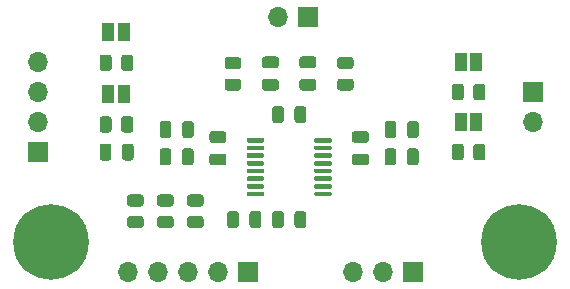
<source format=gbr>
%TF.GenerationSoftware,KiCad,Pcbnew,(5.1.9)-1*%
%TF.CreationDate,2021-03-27T14:28:14-04:00*%
%TF.ProjectId,DS2_Addon,4453325f-4164-4646-9f6e-2e6b69636164,rev?*%
%TF.SameCoordinates,Original*%
%TF.FileFunction,Soldermask,Top*%
%TF.FilePolarity,Negative*%
%FSLAX46Y46*%
G04 Gerber Fmt 4.6, Leading zero omitted, Abs format (unit mm)*
G04 Created by KiCad (PCBNEW (5.1.9)-1) date 2021-03-27 14:28:14*
%MOMM*%
%LPD*%
G01*
G04 APERTURE LIST*
%ADD10C,6.400000*%
%ADD11R,1.700000X1.700000*%
%ADD12O,1.700000X1.700000*%
%ADD13R,1.000000X1.500000*%
G04 APERTURE END LIST*
D10*
%TO.C,REF\u002A\u002A*%
X156313000Y-91440000D03*
%TD*%
%TO.C,REF\u002A\u002A*%
X116713000Y-91440000D03*
%TD*%
%TO.C,C1*%
G36*
G01*
X138905000Y-76722500D02*
X137955000Y-76722500D01*
G75*
G02*
X137705000Y-76472500I0J250000D01*
G01*
X137705000Y-75972500D01*
G75*
G02*
X137955000Y-75722500I250000J0D01*
G01*
X138905000Y-75722500D01*
G75*
G02*
X139155000Y-75972500I0J-250000D01*
G01*
X139155000Y-76472500D01*
G75*
G02*
X138905000Y-76722500I-250000J0D01*
G01*
G37*
G36*
G01*
X138905000Y-78622500D02*
X137955000Y-78622500D01*
G75*
G02*
X137705000Y-78372500I0J250000D01*
G01*
X137705000Y-77872500D01*
G75*
G02*
X137955000Y-77622500I250000J0D01*
G01*
X138905000Y-77622500D01*
G75*
G02*
X139155000Y-77872500I0J-250000D01*
G01*
X139155000Y-78372500D01*
G75*
G02*
X138905000Y-78622500I-250000J0D01*
G01*
G37*
%TD*%
%TO.C,C2*%
G36*
G01*
X138290000Y-80170000D02*
X138290000Y-81120000D01*
G75*
G02*
X138040000Y-81370000I-250000J0D01*
G01*
X137540000Y-81370000D01*
G75*
G02*
X137290000Y-81120000I0J250000D01*
G01*
X137290000Y-80170000D01*
G75*
G02*
X137540000Y-79920000I250000J0D01*
G01*
X138040000Y-79920000D01*
G75*
G02*
X138290000Y-80170000I0J-250000D01*
G01*
G37*
G36*
G01*
X136390000Y-80170000D02*
X136390000Y-81120000D01*
G75*
G02*
X136140000Y-81370000I-250000J0D01*
G01*
X135640000Y-81370000D01*
G75*
G02*
X135390000Y-81120000I0J250000D01*
G01*
X135390000Y-80170000D01*
G75*
G02*
X135640000Y-79920000I250000J0D01*
G01*
X136140000Y-79920000D01*
G75*
G02*
X136390000Y-80170000I0J-250000D01*
G01*
G37*
%TD*%
%TO.C,C3*%
G36*
G01*
X134780000Y-75722500D02*
X135730000Y-75722500D01*
G75*
G02*
X135980000Y-75972500I0J-250000D01*
G01*
X135980000Y-76472500D01*
G75*
G02*
X135730000Y-76722500I-250000J0D01*
G01*
X134780000Y-76722500D01*
G75*
G02*
X134530000Y-76472500I0J250000D01*
G01*
X134530000Y-75972500D01*
G75*
G02*
X134780000Y-75722500I250000J0D01*
G01*
G37*
G36*
G01*
X134780000Y-77622500D02*
X135730000Y-77622500D01*
G75*
G02*
X135980000Y-77872500I0J-250000D01*
G01*
X135980000Y-78372500D01*
G75*
G02*
X135730000Y-78622500I-250000J0D01*
G01*
X134780000Y-78622500D01*
G75*
G02*
X134530000Y-78372500I0J250000D01*
G01*
X134530000Y-77872500D01*
G75*
G02*
X134780000Y-77622500I250000J0D01*
G01*
G37*
%TD*%
%TO.C,C4*%
G36*
G01*
X122690000Y-84295000D02*
X122690000Y-83345000D01*
G75*
G02*
X122940000Y-83095000I250000J0D01*
G01*
X123440000Y-83095000D01*
G75*
G02*
X123690000Y-83345000I0J-250000D01*
G01*
X123690000Y-84295000D01*
G75*
G02*
X123440000Y-84545000I-250000J0D01*
G01*
X122940000Y-84545000D01*
G75*
G02*
X122690000Y-84295000I0J250000D01*
G01*
G37*
G36*
G01*
X120790000Y-84295000D02*
X120790000Y-83345000D01*
G75*
G02*
X121040000Y-83095000I250000J0D01*
G01*
X121540000Y-83095000D01*
G75*
G02*
X121790000Y-83345000I0J-250000D01*
G01*
X121790000Y-84295000D01*
G75*
G02*
X121540000Y-84545000I-250000J0D01*
G01*
X121040000Y-84545000D01*
G75*
G02*
X120790000Y-84295000I0J250000D01*
G01*
G37*
%TD*%
%TO.C,C5*%
G36*
G01*
X132585000Y-89060000D02*
X132585000Y-90010000D01*
G75*
G02*
X132335000Y-90260000I-250000J0D01*
G01*
X131835000Y-90260000D01*
G75*
G02*
X131585000Y-90010000I0J250000D01*
G01*
X131585000Y-89060000D01*
G75*
G02*
X131835000Y-88810000I250000J0D01*
G01*
X132335000Y-88810000D01*
G75*
G02*
X132585000Y-89060000I0J-250000D01*
G01*
G37*
G36*
G01*
X134485000Y-89060000D02*
X134485000Y-90010000D01*
G75*
G02*
X134235000Y-90260000I-250000J0D01*
G01*
X133735000Y-90260000D01*
G75*
G02*
X133485000Y-90010000I0J250000D01*
G01*
X133485000Y-89060000D01*
G75*
G02*
X133735000Y-88810000I250000J0D01*
G01*
X134235000Y-88810000D01*
G75*
G02*
X134485000Y-89060000I0J-250000D01*
G01*
G37*
%TD*%
%TO.C,C6*%
G36*
G01*
X135390000Y-90010000D02*
X135390000Y-89060000D01*
G75*
G02*
X135640000Y-88810000I250000J0D01*
G01*
X136140000Y-88810000D01*
G75*
G02*
X136390000Y-89060000I0J-250000D01*
G01*
X136390000Y-90010000D01*
G75*
G02*
X136140000Y-90260000I-250000J0D01*
G01*
X135640000Y-90260000D01*
G75*
G02*
X135390000Y-90010000I0J250000D01*
G01*
G37*
G36*
G01*
X137290000Y-90010000D02*
X137290000Y-89060000D01*
G75*
G02*
X137540000Y-88810000I250000J0D01*
G01*
X138040000Y-88810000D01*
G75*
G02*
X138290000Y-89060000I0J-250000D01*
G01*
X138290000Y-90010000D01*
G75*
G02*
X138040000Y-90260000I-250000J0D01*
G01*
X137540000Y-90260000D01*
G75*
G02*
X137290000Y-90010000I0J250000D01*
G01*
G37*
%TD*%
%TO.C,C7*%
G36*
G01*
X125870000Y-84695000D02*
X125870000Y-83745000D01*
G75*
G02*
X126120000Y-83495000I250000J0D01*
G01*
X126620000Y-83495000D01*
G75*
G02*
X126870000Y-83745000I0J-250000D01*
G01*
X126870000Y-84695000D01*
G75*
G02*
X126620000Y-84945000I-250000J0D01*
G01*
X126120000Y-84945000D01*
G75*
G02*
X125870000Y-84695000I0J250000D01*
G01*
G37*
G36*
G01*
X127770000Y-84695000D02*
X127770000Y-83745000D01*
G75*
G02*
X128020000Y-83495000I250000J0D01*
G01*
X128520000Y-83495000D01*
G75*
G02*
X128770000Y-83745000I0J-250000D01*
G01*
X128770000Y-84695000D01*
G75*
G02*
X128520000Y-84945000I-250000J0D01*
G01*
X128020000Y-84945000D01*
G75*
G02*
X127770000Y-84695000I0J250000D01*
G01*
G37*
%TD*%
%TO.C,C8*%
G36*
G01*
X131285000Y-84950000D02*
X130335000Y-84950000D01*
G75*
G02*
X130085000Y-84700000I0J250000D01*
G01*
X130085000Y-84200000D01*
G75*
G02*
X130335000Y-83950000I250000J0D01*
G01*
X131285000Y-83950000D01*
G75*
G02*
X131535000Y-84200000I0J-250000D01*
G01*
X131535000Y-84700000D01*
G75*
G02*
X131285000Y-84950000I-250000J0D01*
G01*
G37*
G36*
G01*
X131285000Y-83050000D02*
X130335000Y-83050000D01*
G75*
G02*
X130085000Y-82800000I0J250000D01*
G01*
X130085000Y-82300000D01*
G75*
G02*
X130335000Y-82050000I250000J0D01*
G01*
X131285000Y-82050000D01*
G75*
G02*
X131535000Y-82300000I0J-250000D01*
G01*
X131535000Y-82800000D01*
G75*
G02*
X131285000Y-83050000I-250000J0D01*
G01*
G37*
%TD*%
%TO.C,C9*%
G36*
G01*
X126870000Y-81440000D02*
X126870000Y-82390000D01*
G75*
G02*
X126620000Y-82640000I-250000J0D01*
G01*
X126120000Y-82640000D01*
G75*
G02*
X125870000Y-82390000I0J250000D01*
G01*
X125870000Y-81440000D01*
G75*
G02*
X126120000Y-81190000I250000J0D01*
G01*
X126620000Y-81190000D01*
G75*
G02*
X126870000Y-81440000I0J-250000D01*
G01*
G37*
G36*
G01*
X128770000Y-81440000D02*
X128770000Y-82390000D01*
G75*
G02*
X128520000Y-82640000I-250000J0D01*
G01*
X128020000Y-82640000D01*
G75*
G02*
X127770000Y-82390000I0J250000D01*
G01*
X127770000Y-81440000D01*
G75*
G02*
X128020000Y-81190000I250000J0D01*
G01*
X128520000Y-81190000D01*
G75*
G02*
X128770000Y-81440000I0J-250000D01*
G01*
G37*
%TD*%
%TO.C,C10*%
G36*
G01*
X145920000Y-81440000D02*
X145920000Y-82390000D01*
G75*
G02*
X145670000Y-82640000I-250000J0D01*
G01*
X145170000Y-82640000D01*
G75*
G02*
X144920000Y-82390000I0J250000D01*
G01*
X144920000Y-81440000D01*
G75*
G02*
X145170000Y-81190000I250000J0D01*
G01*
X145670000Y-81190000D01*
G75*
G02*
X145920000Y-81440000I0J-250000D01*
G01*
G37*
G36*
G01*
X147820000Y-81440000D02*
X147820000Y-82390000D01*
G75*
G02*
X147570000Y-82640000I-250000J0D01*
G01*
X147070000Y-82640000D01*
G75*
G02*
X146820000Y-82390000I0J250000D01*
G01*
X146820000Y-81440000D01*
G75*
G02*
X147070000Y-81190000I250000J0D01*
G01*
X147570000Y-81190000D01*
G75*
G02*
X147820000Y-81440000I0J-250000D01*
G01*
G37*
%TD*%
%TO.C,C11*%
G36*
G01*
X142400000Y-83950000D02*
X143350000Y-83950000D01*
G75*
G02*
X143600000Y-84200000I0J-250000D01*
G01*
X143600000Y-84700000D01*
G75*
G02*
X143350000Y-84950000I-250000J0D01*
G01*
X142400000Y-84950000D01*
G75*
G02*
X142150000Y-84700000I0J250000D01*
G01*
X142150000Y-84200000D01*
G75*
G02*
X142400000Y-83950000I250000J0D01*
G01*
G37*
G36*
G01*
X142400000Y-82050000D02*
X143350000Y-82050000D01*
G75*
G02*
X143600000Y-82300000I0J-250000D01*
G01*
X143600000Y-82800000D01*
G75*
G02*
X143350000Y-83050000I-250000J0D01*
G01*
X142400000Y-83050000D01*
G75*
G02*
X142150000Y-82800000I0J250000D01*
G01*
X142150000Y-82300000D01*
G75*
G02*
X142400000Y-82050000I250000J0D01*
G01*
G37*
%TD*%
%TO.C,C12*%
G36*
G01*
X144920000Y-84695000D02*
X144920000Y-83745000D01*
G75*
G02*
X145170000Y-83495000I250000J0D01*
G01*
X145670000Y-83495000D01*
G75*
G02*
X145920000Y-83745000I0J-250000D01*
G01*
X145920000Y-84695000D01*
G75*
G02*
X145670000Y-84945000I-250000J0D01*
G01*
X145170000Y-84945000D01*
G75*
G02*
X144920000Y-84695000I0J250000D01*
G01*
G37*
G36*
G01*
X146820000Y-84695000D02*
X146820000Y-83745000D01*
G75*
G02*
X147070000Y-83495000I250000J0D01*
G01*
X147570000Y-83495000D01*
G75*
G02*
X147820000Y-83745000I0J-250000D01*
G01*
X147820000Y-84695000D01*
G75*
G02*
X147570000Y-84945000I-250000J0D01*
G01*
X147070000Y-84945000D01*
G75*
G02*
X146820000Y-84695000I0J250000D01*
G01*
G37*
%TD*%
D11*
%TO.C,J1*%
X133350000Y-93980000D03*
D12*
X130810000Y-93980000D03*
X128270000Y-93980000D03*
X125730000Y-93980000D03*
X123190000Y-93980000D03*
%TD*%
D13*
%TO.C,JP1*%
X121540000Y-78875000D03*
X122840000Y-78875000D03*
%TD*%
%TO.C,JP2*%
X122840000Y-73660000D03*
X121540000Y-73660000D03*
%TD*%
%TO.C,JP3*%
X151362500Y-76200000D03*
X152662500Y-76200000D03*
%TD*%
%TO.C,JP4*%
X152662500Y-81280000D03*
X151362500Y-81280000D03*
%TD*%
%TO.C,R1*%
G36*
G01*
X142055001Y-76792500D02*
X141154999Y-76792500D01*
G75*
G02*
X140905000Y-76542501I0J249999D01*
G01*
X140905000Y-76017499D01*
G75*
G02*
X141154999Y-75767500I249999J0D01*
G01*
X142055001Y-75767500D01*
G75*
G02*
X142305000Y-76017499I0J-249999D01*
G01*
X142305000Y-76542501D01*
G75*
G02*
X142055001Y-76792500I-249999J0D01*
G01*
G37*
G36*
G01*
X142055001Y-78617500D02*
X141154999Y-78617500D01*
G75*
G02*
X140905000Y-78367501I0J249999D01*
G01*
X140905000Y-77842499D01*
G75*
G02*
X141154999Y-77592500I249999J0D01*
G01*
X142055001Y-77592500D01*
G75*
G02*
X142305000Y-77842499I0J-249999D01*
G01*
X142305000Y-78367501D01*
G75*
G02*
X142055001Y-78617500I-249999J0D01*
G01*
G37*
%TD*%
%TO.C,R2*%
G36*
G01*
X131629999Y-75767500D02*
X132530001Y-75767500D01*
G75*
G02*
X132780000Y-76017499I0J-249999D01*
G01*
X132780000Y-76542501D01*
G75*
G02*
X132530001Y-76792500I-249999J0D01*
G01*
X131629999Y-76792500D01*
G75*
G02*
X131380000Y-76542501I0J249999D01*
G01*
X131380000Y-76017499D01*
G75*
G02*
X131629999Y-75767500I249999J0D01*
G01*
G37*
G36*
G01*
X131629999Y-77592500D02*
X132530001Y-77592500D01*
G75*
G02*
X132780000Y-77842499I0J-249999D01*
G01*
X132780000Y-78367501D01*
G75*
G02*
X132530001Y-78617500I-249999J0D01*
G01*
X131629999Y-78617500D01*
G75*
G02*
X131380000Y-78367501I0J249999D01*
G01*
X131380000Y-77842499D01*
G75*
G02*
X131629999Y-77592500I249999J0D01*
G01*
G37*
%TD*%
%TO.C,R3*%
G36*
G01*
X129355001Y-90260000D02*
X128454999Y-90260000D01*
G75*
G02*
X128205000Y-90010001I0J249999D01*
G01*
X128205000Y-89484999D01*
G75*
G02*
X128454999Y-89235000I249999J0D01*
G01*
X129355001Y-89235000D01*
G75*
G02*
X129605000Y-89484999I0J-249999D01*
G01*
X129605000Y-90010001D01*
G75*
G02*
X129355001Y-90260000I-249999J0D01*
G01*
G37*
G36*
G01*
X129355001Y-88435000D02*
X128454999Y-88435000D01*
G75*
G02*
X128205000Y-88185001I0J249999D01*
G01*
X128205000Y-87659999D01*
G75*
G02*
X128454999Y-87410000I249999J0D01*
G01*
X129355001Y-87410000D01*
G75*
G02*
X129605000Y-87659999I0J-249999D01*
G01*
X129605000Y-88185001D01*
G75*
G02*
X129355001Y-88435000I-249999J0D01*
G01*
G37*
%TD*%
%TO.C,R4*%
G36*
G01*
X126815001Y-88435000D02*
X125914999Y-88435000D01*
G75*
G02*
X125665000Y-88185001I0J249999D01*
G01*
X125665000Y-87659999D01*
G75*
G02*
X125914999Y-87410000I249999J0D01*
G01*
X126815001Y-87410000D01*
G75*
G02*
X127065000Y-87659999I0J-249999D01*
G01*
X127065000Y-88185001D01*
G75*
G02*
X126815001Y-88435000I-249999J0D01*
G01*
G37*
G36*
G01*
X126815001Y-90260000D02*
X125914999Y-90260000D01*
G75*
G02*
X125665000Y-90010001I0J249999D01*
G01*
X125665000Y-89484999D01*
G75*
G02*
X125914999Y-89235000I249999J0D01*
G01*
X126815001Y-89235000D01*
G75*
G02*
X127065000Y-89484999I0J-249999D01*
G01*
X127065000Y-90010001D01*
G75*
G02*
X126815001Y-90260000I-249999J0D01*
G01*
G37*
%TD*%
%TO.C,R5*%
G36*
G01*
X123374999Y-87410000D02*
X124275001Y-87410000D01*
G75*
G02*
X124525000Y-87659999I0J-249999D01*
G01*
X124525000Y-88185001D01*
G75*
G02*
X124275001Y-88435000I-249999J0D01*
G01*
X123374999Y-88435000D01*
G75*
G02*
X123125000Y-88185001I0J249999D01*
G01*
X123125000Y-87659999D01*
G75*
G02*
X123374999Y-87410000I249999J0D01*
G01*
G37*
G36*
G01*
X123374999Y-89235000D02*
X124275001Y-89235000D01*
G75*
G02*
X124525000Y-89484999I0J-249999D01*
G01*
X124525000Y-90010001D01*
G75*
G02*
X124275001Y-90260000I-249999J0D01*
G01*
X123374999Y-90260000D01*
G75*
G02*
X123125000Y-90010001I0J249999D01*
G01*
X123125000Y-89484999D01*
G75*
G02*
X123374999Y-89235000I249999J0D01*
G01*
G37*
%TD*%
%TO.C,R6*%
G36*
G01*
X121820000Y-81032499D02*
X121820000Y-81932501D01*
G75*
G02*
X121570001Y-82182500I-249999J0D01*
G01*
X121044999Y-82182500D01*
G75*
G02*
X120795000Y-81932501I0J249999D01*
G01*
X120795000Y-81032499D01*
G75*
G02*
X121044999Y-80782500I249999J0D01*
G01*
X121570001Y-80782500D01*
G75*
G02*
X121820000Y-81032499I0J-249999D01*
G01*
G37*
G36*
G01*
X123645000Y-81032499D02*
X123645000Y-81932501D01*
G75*
G02*
X123395001Y-82182500I-249999J0D01*
G01*
X122869999Y-82182500D01*
G75*
G02*
X122620000Y-81932501I0J249999D01*
G01*
X122620000Y-81032499D01*
G75*
G02*
X122869999Y-80782500I249999J0D01*
G01*
X123395001Y-80782500D01*
G75*
G02*
X123645000Y-81032499I0J-249999D01*
G01*
G37*
%TD*%
%TO.C,R7*%
G36*
G01*
X120795000Y-76717501D02*
X120795000Y-75817499D01*
G75*
G02*
X121044999Y-75567500I249999J0D01*
G01*
X121570001Y-75567500D01*
G75*
G02*
X121820000Y-75817499I0J-249999D01*
G01*
X121820000Y-76717501D01*
G75*
G02*
X121570001Y-76967500I-249999J0D01*
G01*
X121044999Y-76967500D01*
G75*
G02*
X120795000Y-76717501I0J249999D01*
G01*
G37*
G36*
G01*
X122620000Y-76717501D02*
X122620000Y-75817499D01*
G75*
G02*
X122869999Y-75567500I249999J0D01*
G01*
X123395001Y-75567500D01*
G75*
G02*
X123645000Y-75817499I0J-249999D01*
G01*
X123645000Y-76717501D01*
G75*
G02*
X123395001Y-76967500I-249999J0D01*
G01*
X122869999Y-76967500D01*
G75*
G02*
X122620000Y-76717501I0J249999D01*
G01*
G37*
%TD*%
%TO.C,R8*%
G36*
G01*
X150617500Y-79190001D02*
X150617500Y-78289999D01*
G75*
G02*
X150867499Y-78040000I249999J0D01*
G01*
X151392501Y-78040000D01*
G75*
G02*
X151642500Y-78289999I0J-249999D01*
G01*
X151642500Y-79190001D01*
G75*
G02*
X151392501Y-79440000I-249999J0D01*
G01*
X150867499Y-79440000D01*
G75*
G02*
X150617500Y-79190001I0J249999D01*
G01*
G37*
G36*
G01*
X152442500Y-79190001D02*
X152442500Y-78289999D01*
G75*
G02*
X152692499Y-78040000I249999J0D01*
G01*
X153217501Y-78040000D01*
G75*
G02*
X153467500Y-78289999I0J-249999D01*
G01*
X153467500Y-79190001D01*
G75*
G02*
X153217501Y-79440000I-249999J0D01*
G01*
X152692499Y-79440000D01*
G75*
G02*
X152442500Y-79190001I0J249999D01*
G01*
G37*
%TD*%
%TO.C,R9*%
G36*
G01*
X151642500Y-83369999D02*
X151642500Y-84270001D01*
G75*
G02*
X151392501Y-84520000I-249999J0D01*
G01*
X150867499Y-84520000D01*
G75*
G02*
X150617500Y-84270001I0J249999D01*
G01*
X150617500Y-83369999D01*
G75*
G02*
X150867499Y-83120000I249999J0D01*
G01*
X151392501Y-83120000D01*
G75*
G02*
X151642500Y-83369999I0J-249999D01*
G01*
G37*
G36*
G01*
X153467500Y-83369999D02*
X153467500Y-84270001D01*
G75*
G02*
X153217501Y-84520000I-249999J0D01*
G01*
X152692499Y-84520000D01*
G75*
G02*
X152442500Y-84270001I0J249999D01*
G01*
X152442500Y-83369999D01*
G75*
G02*
X152692499Y-83120000I249999J0D01*
G01*
X153217501Y-83120000D01*
G75*
G02*
X153467500Y-83369999I0J-249999D01*
G01*
G37*
%TD*%
%TO.C,U1*%
G36*
G01*
X140442500Y-87265000D02*
X140442500Y-87465000D01*
G75*
G02*
X140342500Y-87565000I-100000J0D01*
G01*
X139067500Y-87565000D01*
G75*
G02*
X138967500Y-87465000I0J100000D01*
G01*
X138967500Y-87265000D01*
G75*
G02*
X139067500Y-87165000I100000J0D01*
G01*
X140342500Y-87165000D01*
G75*
G02*
X140442500Y-87265000I0J-100000D01*
G01*
G37*
G36*
G01*
X140442500Y-86615000D02*
X140442500Y-86815000D01*
G75*
G02*
X140342500Y-86915000I-100000J0D01*
G01*
X139067500Y-86915000D01*
G75*
G02*
X138967500Y-86815000I0J100000D01*
G01*
X138967500Y-86615000D01*
G75*
G02*
X139067500Y-86515000I100000J0D01*
G01*
X140342500Y-86515000D01*
G75*
G02*
X140442500Y-86615000I0J-100000D01*
G01*
G37*
G36*
G01*
X140442500Y-85965000D02*
X140442500Y-86165000D01*
G75*
G02*
X140342500Y-86265000I-100000J0D01*
G01*
X139067500Y-86265000D01*
G75*
G02*
X138967500Y-86165000I0J100000D01*
G01*
X138967500Y-85965000D01*
G75*
G02*
X139067500Y-85865000I100000J0D01*
G01*
X140342500Y-85865000D01*
G75*
G02*
X140442500Y-85965000I0J-100000D01*
G01*
G37*
G36*
G01*
X140442500Y-85315000D02*
X140442500Y-85515000D01*
G75*
G02*
X140342500Y-85615000I-100000J0D01*
G01*
X139067500Y-85615000D01*
G75*
G02*
X138967500Y-85515000I0J100000D01*
G01*
X138967500Y-85315000D01*
G75*
G02*
X139067500Y-85215000I100000J0D01*
G01*
X140342500Y-85215000D01*
G75*
G02*
X140442500Y-85315000I0J-100000D01*
G01*
G37*
G36*
G01*
X140442500Y-84665000D02*
X140442500Y-84865000D01*
G75*
G02*
X140342500Y-84965000I-100000J0D01*
G01*
X139067500Y-84965000D01*
G75*
G02*
X138967500Y-84865000I0J100000D01*
G01*
X138967500Y-84665000D01*
G75*
G02*
X139067500Y-84565000I100000J0D01*
G01*
X140342500Y-84565000D01*
G75*
G02*
X140442500Y-84665000I0J-100000D01*
G01*
G37*
G36*
G01*
X140442500Y-84015000D02*
X140442500Y-84215000D01*
G75*
G02*
X140342500Y-84315000I-100000J0D01*
G01*
X139067500Y-84315000D01*
G75*
G02*
X138967500Y-84215000I0J100000D01*
G01*
X138967500Y-84015000D01*
G75*
G02*
X139067500Y-83915000I100000J0D01*
G01*
X140342500Y-83915000D01*
G75*
G02*
X140442500Y-84015000I0J-100000D01*
G01*
G37*
G36*
G01*
X140442500Y-83365000D02*
X140442500Y-83565000D01*
G75*
G02*
X140342500Y-83665000I-100000J0D01*
G01*
X139067500Y-83665000D01*
G75*
G02*
X138967500Y-83565000I0J100000D01*
G01*
X138967500Y-83365000D01*
G75*
G02*
X139067500Y-83265000I100000J0D01*
G01*
X140342500Y-83265000D01*
G75*
G02*
X140442500Y-83365000I0J-100000D01*
G01*
G37*
G36*
G01*
X140442500Y-82715000D02*
X140442500Y-82915000D01*
G75*
G02*
X140342500Y-83015000I-100000J0D01*
G01*
X139067500Y-83015000D01*
G75*
G02*
X138967500Y-82915000I0J100000D01*
G01*
X138967500Y-82715000D01*
G75*
G02*
X139067500Y-82615000I100000J0D01*
G01*
X140342500Y-82615000D01*
G75*
G02*
X140442500Y-82715000I0J-100000D01*
G01*
G37*
G36*
G01*
X134717500Y-82715000D02*
X134717500Y-82915000D01*
G75*
G02*
X134617500Y-83015000I-100000J0D01*
G01*
X133342500Y-83015000D01*
G75*
G02*
X133242500Y-82915000I0J100000D01*
G01*
X133242500Y-82715000D01*
G75*
G02*
X133342500Y-82615000I100000J0D01*
G01*
X134617500Y-82615000D01*
G75*
G02*
X134717500Y-82715000I0J-100000D01*
G01*
G37*
G36*
G01*
X134717500Y-83365000D02*
X134717500Y-83565000D01*
G75*
G02*
X134617500Y-83665000I-100000J0D01*
G01*
X133342500Y-83665000D01*
G75*
G02*
X133242500Y-83565000I0J100000D01*
G01*
X133242500Y-83365000D01*
G75*
G02*
X133342500Y-83265000I100000J0D01*
G01*
X134617500Y-83265000D01*
G75*
G02*
X134717500Y-83365000I0J-100000D01*
G01*
G37*
G36*
G01*
X134717500Y-84015000D02*
X134717500Y-84215000D01*
G75*
G02*
X134617500Y-84315000I-100000J0D01*
G01*
X133342500Y-84315000D01*
G75*
G02*
X133242500Y-84215000I0J100000D01*
G01*
X133242500Y-84015000D01*
G75*
G02*
X133342500Y-83915000I100000J0D01*
G01*
X134617500Y-83915000D01*
G75*
G02*
X134717500Y-84015000I0J-100000D01*
G01*
G37*
G36*
G01*
X134717500Y-84665000D02*
X134717500Y-84865000D01*
G75*
G02*
X134617500Y-84965000I-100000J0D01*
G01*
X133342500Y-84965000D01*
G75*
G02*
X133242500Y-84865000I0J100000D01*
G01*
X133242500Y-84665000D01*
G75*
G02*
X133342500Y-84565000I100000J0D01*
G01*
X134617500Y-84565000D01*
G75*
G02*
X134717500Y-84665000I0J-100000D01*
G01*
G37*
G36*
G01*
X134717500Y-85315000D02*
X134717500Y-85515000D01*
G75*
G02*
X134617500Y-85615000I-100000J0D01*
G01*
X133342500Y-85615000D01*
G75*
G02*
X133242500Y-85515000I0J100000D01*
G01*
X133242500Y-85315000D01*
G75*
G02*
X133342500Y-85215000I100000J0D01*
G01*
X134617500Y-85215000D01*
G75*
G02*
X134717500Y-85315000I0J-100000D01*
G01*
G37*
G36*
G01*
X134717500Y-85965000D02*
X134717500Y-86165000D01*
G75*
G02*
X134617500Y-86265000I-100000J0D01*
G01*
X133342500Y-86265000D01*
G75*
G02*
X133242500Y-86165000I0J100000D01*
G01*
X133242500Y-85965000D01*
G75*
G02*
X133342500Y-85865000I100000J0D01*
G01*
X134617500Y-85865000D01*
G75*
G02*
X134717500Y-85965000I0J-100000D01*
G01*
G37*
G36*
G01*
X134717500Y-86615000D02*
X134717500Y-86815000D01*
G75*
G02*
X134617500Y-86915000I-100000J0D01*
G01*
X133342500Y-86915000D01*
G75*
G02*
X133242500Y-86815000I0J100000D01*
G01*
X133242500Y-86615000D01*
G75*
G02*
X133342500Y-86515000I100000J0D01*
G01*
X134617500Y-86515000D01*
G75*
G02*
X134717500Y-86615000I0J-100000D01*
G01*
G37*
G36*
G01*
X134717500Y-87265000D02*
X134717500Y-87465000D01*
G75*
G02*
X134617500Y-87565000I-100000J0D01*
G01*
X133342500Y-87565000D01*
G75*
G02*
X133242500Y-87465000I0J100000D01*
G01*
X133242500Y-87265000D01*
G75*
G02*
X133342500Y-87165000I100000J0D01*
G01*
X134617500Y-87165000D01*
G75*
G02*
X134717500Y-87265000I0J-100000D01*
G01*
G37*
%TD*%
D11*
%TO.C,J3*%
X147320000Y-93980000D03*
D12*
X144780000Y-93980000D03*
X142240000Y-93980000D03*
%TD*%
D11*
%TO.C,J2*%
X115570000Y-83820000D03*
D12*
X115570000Y-81280000D03*
X115570000Y-78740000D03*
X115570000Y-76200000D03*
%TD*%
D11*
%TO.C,J5*%
X157480000Y-78740000D03*
D12*
X157480000Y-81280000D03*
%TD*%
D11*
%TO.C,J4*%
X138430000Y-72390000D03*
D12*
X135890000Y-72390000D03*
%TD*%
M02*

</source>
